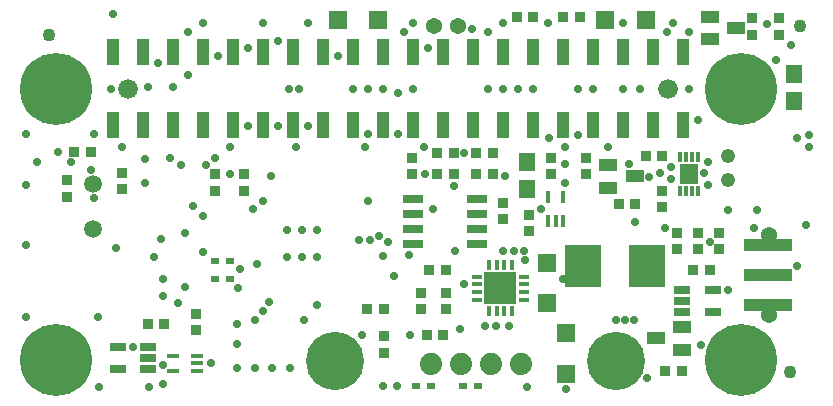
<source format=gts>
*%FSLAX23Y23*%
*%MOIN*%
G01*
%ADD11C,0.000*%
%ADD12C,0.000*%
%ADD13C,0.000*%
%ADD14C,0.001*%
%ADD15C,0.002*%
%ADD16C,0.006*%
%ADD17C,0.007*%
%ADD18C,0.007*%
%ADD19C,0.008*%
%ADD20C,0.010*%
%ADD21C,0.012*%
%ADD22C,0.015*%
%ADD23C,0.015*%
%ADD24C,0.018*%
%ADD25C,0.020*%
%ADD26C,0.022*%
%ADD27C,0.024*%
%ADD28C,0.025*%
%ADD29C,0.028*%
%ADD30C,0.029*%
%ADD31C,0.031*%
%ADD32C,0.031*%
%ADD33C,0.035*%
%ADD34C,0.035*%
%ADD35C,0.039*%
%ADD36C,0.043*%
%ADD37C,0.045*%
%ADD38C,0.047*%
%ADD39C,0.048*%
%ADD40C,0.049*%
%ADD41C,0.050*%
%ADD42C,0.050*%
%ADD43C,0.051*%
%ADD44C,0.051*%
%ADD45C,0.054*%
%ADD46C,0.055*%
%ADD47C,0.055*%
%ADD48C,0.059*%
%ADD49C,0.059*%
%ADD50C,0.062*%
%ADD51C,0.066*%
%ADD52C,0.067*%
%ADD53C,0.070*%
%ADD54C,0.074*%
%ADD55C,0.115*%
%ADD56C,0.135*%
%ADD57C,0.138*%
%ADD58C,0.138*%
%ADD59C,0.158*%
%ADD60C,0.158*%
%ADD61C,0.190*%
%ADD62C,0.194*%
%ADD63C,0.236*%
%ADD64C,0.240*%
%ADD65R,0.011X0.030*%
%ADD66R,0.012X0.030*%
%ADD67R,0.014X0.033*%
%ADD68R,0.014X0.037*%
%ADD69R,0.015X0.034*%
%ADD70R,0.016X0.034*%
%ADD71R,0.018X0.037*%
%ADD72R,0.018X0.041*%
%ADD73R,0.020X0.025*%
%ADD74R,0.021X0.021*%
%ADD75R,0.024X0.029*%
%ADD76R,0.025X0.020*%
%ADD77R,0.029X0.024*%
%ADD78R,0.030X0.011*%
%ADD79R,0.030X0.030*%
%ADD80R,0.030X0.050*%
%ADD81R,0.031X0.031*%
%ADD82R,0.033X0.014*%
%ADD83R,0.034X0.015*%
%ADD84R,0.034X0.034*%
%ADD85R,0.034X0.054*%
%ADD86R,0.035X0.035*%
%ADD87R,0.037X0.014*%
%ADD88R,0.037X0.018*%
%ADD89R,0.039X0.014*%
%ADD90R,0.039X0.041*%
%ADD91R,0.040X0.050*%
%ADD92R,0.040X0.083*%
%ADD93R,0.041X0.018*%
%ADD94R,0.041X0.087*%
%ADD95R,0.043X0.018*%
%ADD96R,0.043X0.045*%
%ADD97R,0.044X0.054*%
%ADD98R,0.044X0.087*%
%ADD99R,0.045X0.091*%
%ADD100R,0.047X0.055*%
%ADD101R,0.048X0.024*%
%ADD102R,0.050X0.023*%
%ADD103R,0.050X0.030*%
%ADD104R,0.050X0.040*%
%ADD105R,0.050X0.060*%
%ADD106R,0.051X0.059*%
%ADD107R,0.052X0.028*%
%ADD108R,0.054X0.027*%
%ADD109R,0.054X0.034*%
%ADD110R,0.054X0.044*%
%ADD111R,0.054X0.064*%
%ADD112R,0.055X0.039*%
%ADD113R,0.057X0.012*%
%ADD114R,0.057X0.067*%
%ADD115R,0.059X0.043*%
%ADD116R,0.060X0.060*%
%ADD117R,0.061X0.024*%
%ADD118R,0.061X0.051*%
%ADD119R,0.061X0.016*%
%ADD120R,0.061X0.071*%
%ADD121R,0.063X0.039*%
%ADD122R,0.064X0.064*%
%ADD123R,0.065X0.028*%
%ADD124R,0.065X0.055*%
%ADD125R,0.067X0.043*%
%ADD126R,0.085X0.030*%
%ADD127R,0.085X0.085*%
%ADD128R,0.089X0.034*%
%ADD129R,0.094X0.030*%
%ADD130R,0.098X0.034*%
%ADD131R,0.104X0.104*%
%ADD132R,0.108X0.108*%
%ADD133R,0.116X0.138*%
%ADD134R,0.120X0.142*%
%ADD135R,0.169X0.169*%
%ADD136R,0.173X0.173*%
D26*
X10789Y8106D02*
D03*
X10824D02*
D03*
Y8141D02*
D03*
X10789D02*
D03*
X10209Y7735D02*
D03*
X10178Y7709D02*
D03*
X10177Y7777D02*
D03*
X10210D02*
D03*
X10144D02*
D03*
Y7709D02*
D03*
D30*
X11164Y8241D02*
D03*
X11204Y8251D02*
D03*
Y8211D02*
D03*
X11144Y8551D02*
D03*
X11164Y7816D02*
D03*
X11194Y7951D02*
D03*
X11094Y8501D02*
D03*
X11064Y8621D02*
D03*
X11032Y8002D02*
D03*
X11022Y7942D02*
D03*
X10804Y8596D02*
D03*
X10752Y8627D02*
D03*
X10804Y8406D02*
D03*
X10837Y8302D02*
D03*
X10937Y8002D02*
D03*
X10857Y8127D02*
D03*
X10869Y8086D02*
D03*
Y8161D02*
D03*
X10844Y7551D02*
D03*
X10874Y7896D02*
D03*
X10937Y7737D02*
D03*
X10604Y8156D02*
D03*
X10732Y8597D02*
D03*
X10642Y8407D02*
D03*
X10672Y8112D02*
D03*
X10587Y8407D02*
D03*
Y8627D02*
D03*
X10746Y8146D02*
D03*
Y8106D02*
D03*
X10709Y8126D02*
D03*
X10627Y7962D02*
D03*
X10562Y7637D02*
D03*
X10592D02*
D03*
X10622D02*
D03*
X10667Y7442D02*
D03*
X10726Y7941D02*
D03*
X10487Y8407D02*
D03*
X10437D02*
D03*
Y8252D02*
D03*
X10534Y8211D02*
D03*
X10392Y8092D02*
D03*
Y8157D02*
D03*
Y8212D02*
D03*
X10384Y7771D02*
D03*
X10397Y7407D02*
D03*
X10192Y8117D02*
D03*
X10237Y8407D02*
D03*
X10287D02*
D03*
X10187Y8627D02*
D03*
X10312Y8007D02*
D03*
X10337Y8627D02*
D03*
X10187Y8407D02*
D03*
X10339Y8241D02*
D03*
X10259Y7836D02*
D03*
X10207Y7617D02*
D03*
X10187Y7867D02*
D03*
X10222D02*
D03*
X10257D02*
D03*
X10264Y7411D02*
D03*
X10022Y8082D02*
D03*
X10057Y8192D02*
D03*
X10082Y8607D02*
D03*
X10137Y8407D02*
D03*
Y8597D02*
D03*
X10024Y7866D02*
D03*
X10054Y7756D02*
D03*
X10042Y7607D02*
D03*
X10127Y7617D02*
D03*
X10162D02*
D03*
X9887Y8405D02*
D03*
X9837Y8391D02*
D03*
X9854Y8596D02*
D03*
X9837Y8257D02*
D03*
X9787Y8407D02*
D03*
X9887Y8627D02*
D03*
X9952Y8007D02*
D03*
X9937Y8542D02*
D03*
X9922Y8212D02*
D03*
X9924Y8121D02*
D03*
X9822Y7782D02*
D03*
X9787Y7417D02*
D03*
X9872Y7852D02*
D03*
X9877Y7587D02*
D03*
X9832Y7417D02*
D03*
X9802Y7897D02*
D03*
X9772Y7917D02*
D03*
X9786Y7850D02*
D03*
X9637Y8517D02*
D03*
X9687Y8407D02*
D03*
X9737Y8257D02*
D03*
X9727Y8212D02*
D03*
X9737Y8407D02*
D03*
Y8032D02*
D03*
X9707Y7901D02*
D03*
X9717Y7587D02*
D03*
X9742Y7901D02*
D03*
X9437Y8567D02*
D03*
X9387Y8032D02*
D03*
X9497Y8212D02*
D03*
X9437Y8282D02*
D03*
X9507Y8407D02*
D03*
X9472D02*
D03*
X9387Y8627D02*
D03*
X9411Y8115D02*
D03*
X9537Y8282D02*
D03*
Y8627D02*
D03*
X9414Y7476D02*
D03*
X9474D02*
D03*
X9384Y7666D02*
D03*
X9407Y7697D02*
D03*
X9467Y7847D02*
D03*
Y7937D02*
D03*
X9522Y7637D02*
D03*
X9517Y7847D02*
D03*
X9567D02*
D03*
Y7937D02*
D03*
X9517D02*
D03*
X9564Y7686D02*
D03*
X9276Y8121D02*
D03*
X9277Y8212D02*
D03*
X9227Y8177D02*
D03*
X9197Y8152D02*
D03*
X9237Y8517D02*
D03*
X9187Y8627D02*
D03*
X9186Y7981D02*
D03*
X9337Y8542D02*
D03*
X9352Y8007D02*
D03*
X9337Y8282D02*
D03*
X9309Y7806D02*
D03*
X9299Y7621D02*
D03*
Y7476D02*
D03*
Y7556D02*
D03*
X9212Y7492D02*
D03*
X9302Y7742D02*
D03*
X9187Y7862D02*
D03*
X9364Y7821D02*
D03*
X9359Y7476D02*
D03*
Y7636D02*
D03*
X8992Y8092D02*
D03*
X9002Y8412D02*
D03*
X9077Y8177D02*
D03*
X9112Y8152D02*
D03*
X9087Y8412D02*
D03*
X9037Y8492D02*
D03*
X8992Y8172D02*
D03*
X9137Y8597D02*
D03*
Y8452D02*
D03*
X9151Y8016D02*
D03*
X9052Y7422D02*
D03*
Y7487D02*
D03*
X9047Y7907D02*
D03*
X9101Y7691D02*
D03*
X9051Y7716D02*
D03*
X9021Y7846D02*
D03*
X9051Y7771D02*
D03*
X9004Y7411D02*
D03*
X9127Y7927D02*
D03*
X9126Y7746D02*
D03*
X8879Y8406D02*
D03*
X8917Y8212D02*
D03*
X8884Y8656D02*
D03*
X8896Y7876D02*
D03*
X8952Y7547D02*
D03*
X8822Y8257D02*
D03*
X8811Y8136D02*
D03*
X8821Y8041D02*
D03*
X8834Y7646D02*
D03*
X8839Y7411D02*
D03*
X8631Y8161D02*
D03*
X8701Y8196D02*
D03*
X8746Y8161D02*
D03*
X8594Y8256D02*
D03*
Y8086D02*
D03*
Y7646D02*
D03*
Y7886D02*
D03*
D36*
X8671Y8586D02*
D03*
X11177Y8617D02*
D03*
X11142Y7462D02*
D03*
D40*
X10937Y8102D02*
D03*
Y8181D02*
D03*
D45*
X10036Y8616D02*
D03*
X9957D02*
D03*
X11071Y7920D02*
D03*
X11071Y7652D02*
D03*
D48*
X8819Y8089D02*
D03*
Y7939D02*
D03*
D51*
X8937Y8407D02*
D03*
X10737Y8407D02*
D03*
D54*
X9946Y7488D02*
D03*
X10046D02*
D03*
X10146D02*
D03*
X10246D02*
D03*
D62*
X10561Y7500D02*
D03*
X9624Y7499D02*
D03*
D64*
X10978Y8406D02*
D03*
Y7501D02*
D03*
X8695Y8406D02*
D03*
Y7501D02*
D03*
D70*
X10776Y8180D02*
D03*
X10796D02*
D03*
X10815D02*
D03*
X10835D02*
D03*
Y8066D02*
D03*
X10815D02*
D03*
X10796D02*
D03*
X10776Y8066D02*
D03*
D71*
X10216Y7664D02*
D03*
X10190D02*
D03*
X10164D02*
D03*
X10139D02*
D03*
X10139Y7819D02*
D03*
X10164Y7819D02*
D03*
X10190D02*
D03*
X10216D02*
D03*
D72*
X10337Y7967D02*
D03*
Y8047D02*
D03*
X10387D02*
D03*
Y7967D02*
D03*
X10362D02*
D03*
D77*
X10102Y7417D02*
D03*
X10052D02*
D03*
X9897D02*
D03*
X9947D02*
D03*
X9277Y7832D02*
D03*
X9227D02*
D03*
X9277Y7772D02*
D03*
X9227D02*
D03*
D84*
X11014Y8586D02*
D03*
Y8641D02*
D03*
X11104D02*
D03*
Y8586D02*
D03*
X10572Y8022D02*
D03*
X10627D02*
D03*
X9789Y7526D02*
D03*
Y7581D02*
D03*
X10232Y8647D02*
D03*
X10287D02*
D03*
X10387D02*
D03*
X10442D02*
D03*
X10727Y7467D02*
D03*
X10782D02*
D03*
X10820Y7801D02*
D03*
X10875D02*
D03*
X10907Y7872D02*
D03*
Y7927D02*
D03*
X10836Y7926D02*
D03*
Y7871D02*
D03*
X10766Y7926D02*
D03*
Y7871D02*
D03*
X10716Y8011D02*
D03*
Y8066D02*
D03*
X10662Y8182D02*
D03*
X10717D02*
D03*
X10462Y8122D02*
D03*
Y8177D02*
D03*
X10347Y8122D02*
D03*
Y8177D02*
D03*
X9939Y7801D02*
D03*
X9994D02*
D03*
X9912Y7727D02*
D03*
Y7672D02*
D03*
X9997D02*
D03*
Y7727D02*
D03*
X9932Y7587D02*
D03*
X9987D02*
D03*
X10272Y7932D02*
D03*
Y7987D02*
D03*
X10186Y8026D02*
D03*
Y7971D02*
D03*
X10151Y8121D02*
D03*
X10096D02*
D03*
X10151Y8191D02*
D03*
X10096D02*
D03*
X10021D02*
D03*
X9966D02*
D03*
Y8121D02*
D03*
X10021D02*
D03*
X9881D02*
D03*
Y8176D02*
D03*
X9733Y7671D02*
D03*
X9788D02*
D03*
X9002Y7622D02*
D03*
X9057D02*
D03*
X9162Y7602D02*
D03*
Y7657D02*
D03*
X9321Y8066D02*
D03*
Y8121D02*
D03*
X9226Y8066D02*
D03*
Y8121D02*
D03*
X8916Y8071D02*
D03*
Y8126D02*
D03*
X8756Y8196D02*
D03*
X8811D02*
D03*
X8731Y8046D02*
D03*
Y8101D02*
D03*
D88*
X10099Y7703D02*
D03*
Y7729D02*
D03*
Y7754D02*
D03*
Y7780D02*
D03*
X10255D02*
D03*
Y7754D02*
D03*
Y7729D02*
D03*
X10255Y7703D02*
D03*
D93*
X9167Y7467D02*
D03*
X9087D02*
D03*
Y7517D02*
D03*
X9167D02*
D03*
Y7492D02*
D03*
D98*
X10787Y8530D02*
D03*
X10687D02*
D03*
X10587D02*
D03*
X10487D02*
D03*
X10387D02*
D03*
X10287D02*
D03*
X10187D02*
D03*
X10087D02*
D03*
X9987D02*
D03*
X9887D02*
D03*
X9787D02*
D03*
X9686D02*
D03*
X9587D02*
D03*
X9487D02*
D03*
X9386D02*
D03*
X9287D02*
D03*
X9186D02*
D03*
X9087D02*
D03*
X8987D02*
D03*
X8886D02*
D03*
X10787Y8285D02*
D03*
X10687D02*
D03*
X10587D02*
D03*
X10487D02*
D03*
X10387D02*
D03*
X10287D02*
D03*
X10187D02*
D03*
X10087D02*
D03*
X9987D02*
D03*
X9887D02*
D03*
X9787D02*
D03*
X9687D02*
D03*
X9587D02*
D03*
X9487D02*
D03*
X9387D02*
D03*
X9287D02*
D03*
X9187D02*
D03*
X9087D02*
D03*
X8987D02*
D03*
X8887D02*
D03*
D107*
X10885Y7737D02*
D03*
Y7662D02*
D03*
X10782Y7700D02*
D03*
Y7662D02*
D03*
Y7737D02*
D03*
D108*
X8902Y7547D02*
D03*
Y7472D02*
D03*
X9002Y7509D02*
D03*
Y7547D02*
D03*
Y7472D02*
D03*
D111*
X11157Y8367D02*
D03*
Y8457D02*
D03*
X10267Y8072D02*
D03*
Y8162D02*
D03*
D115*
X10874Y8646D02*
D03*
Y8571D02*
D03*
X10961Y8609D02*
D03*
X10695Y7574D02*
D03*
X10782Y7612D02*
D03*
Y7537D02*
D03*
X10624Y8115D02*
D03*
X10537Y8077D02*
D03*
Y8152D02*
D03*
D120*
X10806Y8123D02*
D03*
D122*
X10332Y7692D02*
D03*
Y7827D02*
D03*
X9769Y8636D02*
D03*
X9634D02*
D03*
X10662Y8637D02*
D03*
X10527D02*
D03*
X10397Y7592D02*
D03*
Y7457D02*
D03*
D123*
X10098Y7890D02*
D03*
Y7940D02*
D03*
Y7990D02*
D03*
Y8040D02*
D03*
X9886Y7890D02*
D03*
Y7940D02*
D03*
Y7990D02*
D03*
Y8040D02*
D03*
D125*
X11117Y7884D02*
D03*
X11070D02*
D03*
X11023D02*
D03*
X11117Y7786D02*
D03*
X11066D02*
D03*
X11023D02*
D03*
X11117Y7687D02*
D03*
X11071D02*
D03*
X11023D02*
D03*
D132*
X10177Y7742D02*
D03*
D134*
X10667Y7815D02*
D03*
X10453D02*
D03*
M02*

</source>
